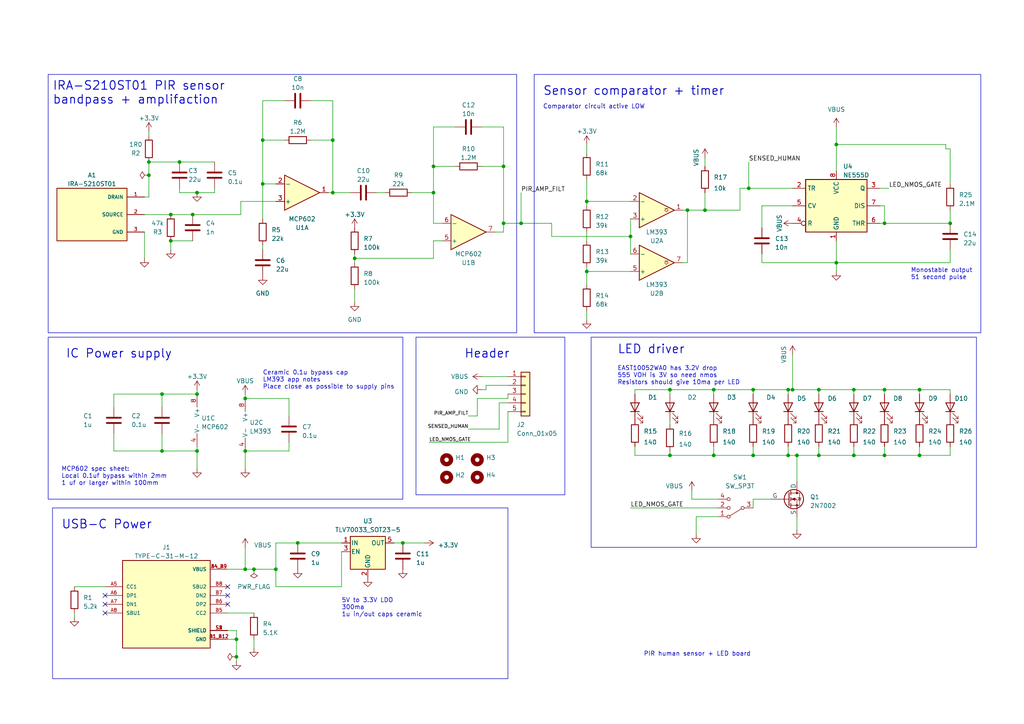
<source format=kicad_sch>
(kicad_sch (version 20230121) (generator eeschema)
  (paper "A4")
  (lib_symbols
    (symbol "Amplifier_Operational:MCP602" (pin_names (offset 0.127))
      (property "Reference" "U" (at 0 5.08 0))
      (property "Value" "MCP602" (at 0 -5.08 0))
      (symbol "MCP602_1_1"
        (polyline (pts (xy -5.08 5.08) (xy 5.08 0) (xy -5.08 -5.08) (xy -5.08 5.08)) (stroke (width 0.254)) (fill (type background)))
        (pin output line (at 7.62 0 180) (length 2.54) (name "~") (number "1"))
        (pin input line (at -7.62 -2.54 0) (length 2.54) (name "-") (number "2"))
        (pin input line (at -7.62 2.54 0) (length 2.54) (name "+") (number "3"))
      )
      (symbol "MCP602_2_1"
        (polyline (pts (xy -5.08 5.08) (xy 5.08 0) (xy -5.08 -5.08) (xy -5.08 5.08)) (stroke (width 0.254)) (fill (type background)))
        (pin input line (at -7.62 2.54 0) (length 2.54) (name "+") (number "5"))
        (pin input line (at -7.62 -2.54 0) (length 2.54) (name "-") (number "6"))
        (pin output line (at 7.62 0 180) (length 2.54) (name "~") (number "7"))
      )
      (symbol "MCP602_3_1"
        (pin power_in line (at -2.54 -7.62 90) (length 3.81) (name "V-") (number "4"))
        (pin power_in line (at -2.54 7.62 270) (length 3.81) (name "V+") (number "8"))
      )
    )
    (symbol "Comparator:LM393" (pin_names (offset 0.127))
      (property "Reference" "U" (at 3.81 3.81 0))
      (property "Value" "LM393" (at 6.35 -3.81 0))
      (symbol "LM393_1_1"
        (polyline (pts (xy -5.08 5.08) (xy 5.08 0) (xy -5.08 -5.08) (xy -5.08 5.08)) (stroke (width 0.254)) (fill (type background)))
        (polyline (pts (xy 3.302 -0.508) (xy 2.794 -0.508) (xy 3.302 0) (xy 2.794 0.508) (xy 2.286 0) (xy 2.794 -0.508) (xy 2.286 -0.508)) (stroke (width 0.127)))
        (pin open_collector line (at 7.62 0 180) (length 2.54) (name "~") (number "1"))
        (pin input line (at -7.62 -2.54 0) (length 2.54) (name "-") (number "2"))
        (pin input line (at -7.62 2.54 0) (length 2.54) (name "+") (number "3"))
      )
      (symbol "LM393_2_1"
        (polyline (pts (xy -5.08 5.08) (xy 5.08 0) (xy -5.08 -5.08) (xy -5.08 5.08)) (stroke (width 0.254)) (fill (type background)))
        (polyline (pts (xy 3.302 -0.508) (xy 2.794 -0.508) (xy 3.302 0) (xy 2.794 0.508) (xy 2.286 0) (xy 2.794 -0.508) (xy 2.286 -0.508)) (stroke (width 0.127)))
        (pin input line (at -7.62 2.54 0) (length 2.54) (name "+") (number "5"))
        (pin input line (at -7.62 -2.54 0) (length 2.54) (name "-") (number "6"))
        (pin open_collector line (at 7.62 0 180) (length 2.54) (name "~") (number "7"))
      )
      (symbol "LM393_3_1"
        (pin power_in line (at -2.54 -7.62 90) (length 3.81) (name "V-") (number "4"))
        (pin power_in line (at -2.54 7.62 270) (length 3.81) (name "V+") (number "8"))
      )
    )
    (symbol "Connector_Generic:Conn_01x05" (pin_names (offset 1.016) hide)
      (property "Reference" "J" (at 0 7.62 0))
      (property "Value" "Conn_01x05" (at 0 -7.62 0))
      (symbol "Conn_01x05_1_1"
        (rectangle (start -1.27 -4.953) (end 0 -5.207) (stroke (width 0.1524)))
        (rectangle (start -1.27 -2.413) (end 0 -2.667) (stroke (width 0.1524)))
        (rectangle (start -1.27 0.127) (end 0 -0.127) (stroke (width 0.1524)))
        (rectangle (start -1.27 2.667) (end 0 2.413) (stroke (width 0.1524)))
        (rectangle (start -1.27 5.207) (end 0 4.953) (stroke (width 0.1524)))
        (rectangle (start -1.27 6.35) (end 1.27 -6.35) (stroke (width 0.254)) (fill (type background)))
        (pin passive line (at -5.08 5.08 0) (length 3.81) (name "Pin_1") (number "1"))
        (pin passive line (at -5.08 2.54 0) (length 3.81) (name "Pin_2") (number "2"))
        (pin passive line (at -5.08 0 0) (length 3.81) (name "Pin_3") (number "3"))
        (pin passive line (at -5.08 -2.54 0) (length 3.81) (name "Pin_4") (number "4"))
        (pin passive line (at -5.08 -5.08 0) (length 3.81) (name "Pin_5") (number "5"))
      )
    )
    (symbol "Device:C" (pin_numbers hide) (pin_names (offset 0.254))
      (property "Reference" "C" (at 0.635 2.54 0))
      (property "Value" "C" (at 0.635 -2.54 0))
      (symbol "C_0_1"
        (polyline (pts (xy -2.032 -0.762) (xy 2.032 -0.762)) (stroke (width 0.508)))
        (polyline (pts (xy -2.032 0.762) (xy 2.032 0.762)) (stroke (width 0.508)))
      )
      (symbol "C_1_1"
        (pin passive line (at 0 3.81 270) (length 2.794) (name "~") (number "1"))
        (pin passive line (at 0 -3.81 90) (length 2.794) (name "~") (number "2"))
      )
    )
    (symbol "Device:LED" (pin_numbers hide) (pin_names (offset 1.016) hide)
      (property "Reference" "D" (at 0 2.54 0))
      (property "Value" "LED" (at 0 -2.54 0))
      (symbol "LED_0_1"
        (polyline (pts (xy -1.27 -1.27) (xy -1.27 1.27)) (stroke (width 0.254)))
        (polyline (pts (xy -1.27 0) (xy 1.27 0)))
        (polyline (pts (xy 1.27 -1.27) (xy 1.27 1.27) (xy -1.27 0) (xy 1.27 -1.27)) (stroke (width 0.254)))
        (polyline (pts (xy -3.048 -0.762) (xy -4.572 -2.286) (xy -3.81 -2.286) (xy -4.572 -2.286) (xy -4.572 -1.524)))
        (polyline (pts (xy -1.778 -0.762) (xy -3.302 -2.286) (xy -2.54 -2.286) (xy -3.302 -2.286) (xy -3.302 -1.524)))
      )
      (symbol "LED_1_1"
        (pin passive line (at -3.81 0 0) (length 2.54) (name "K") (number "1"))
        (pin passive line (at 3.81 0 180) (length 2.54) (name "A") (number "2"))
      )
    )
    (symbol "Device:R" (pin_numbers hide) (pin_names (offset 0))
      (property "Reference" "R" (at 2.032 0 90))
      (property "Value" "R" (at 0 0 90))
      (symbol "R_0_1"
        (rectangle (start -1.016 -2.54) (end 1.016 2.54) (stroke (width 0.254)))
      )
      (symbol "R_1_1"
        (pin passive line (at 0 3.81 270) (length 1.27) (name "~") (number "1"))
        (pin passive line (at 0 -3.81 90) (length 1.27) (name "~") (number "2"))
      )
    )
    (symbol "IRA-S210ST01:IRA-S210ST01" (pin_names (offset 1.016))
      (property "Reference" "A" (at -10.16 8.89 0))
      (property "Value" "IRA-S210ST01" (at -10.16 -10.16 0))
      (symbol "IRA-S210ST01_0_0"
        (rectangle (start -10.16 -7.62) (end 10.16 7.62) (stroke (width 0.254)) (fill (type background)))
        (pin power_in line (at 15.24 5.08 180) (length 5.08) (name "DRAIN") (number "1"))
        (pin output line (at 15.24 0 180) (length 5.08) (name "SOURCE") (number "2"))
        (pin power_in line (at 15.24 -5.08 180) (length 5.08) (name "GND") (number "3"))
      )
    )
    (symbol "Mechanical:MountingHole" (pin_names (offset 1.016))
      (property "Reference" "H" (at 0 5.08 0))
      (property "Value" "MountingHole" (at 0 3.175 0))
      (symbol "MountingHole_0_1"
        (circle (center 0 0) (radius 1.27) (stroke (width 1.27)))
      )
    )
    (symbol "Regulator_Linear:TLV70033_SOT23-5" (pin_names (offset 0.254))
      (property "Reference" "U" (at -3.81 5.715 0))
      (property "Value" "TLV70033_SOT23-5" (at 0 5.715 0))
      (symbol "TLV70033_SOT23-5_0_1"
        (rectangle (start -5.08 4.445) (end 5.08 -5.08) (stroke (width 0.254)) (fill (type background)))
      )
      (symbol "TLV70033_SOT23-5_1_1"
        (pin power_in line (at -7.62 2.54 0) (length 2.54) (name "IN") (number "1"))
        (pin power_in line (at 0 -7.62 90) (length 2.54) (name "GND") (number "2"))
        (pin input line (at -7.62 0 0) (length 2.54) (name "EN") (number "3"))
        (pin no_connect line (at 5.08 0 180) (length 2.54) hide (name "NC") (number "4"))
        (pin power_out line (at 7.62 2.54 180) (length 2.54) (name "OUT") (number "5"))
      )
    )
    (symbol "Simulation_SPICE:NMOS" (pin_numbers hide) (pin_names (offset 0))
      (property "Reference" "Q" (at 5.08 1.27 0))
      (property "Value" "NMOS" (at 5.08 -1.27 0))
      (symbol "NMOS_0_1"
        (polyline (pts (xy 0.254 0) (xy -2.54 0)))
        (polyline (pts (xy 0.254 1.905) (xy 0.254 -1.905)) (stroke (width 0.254)))
        (polyline (pts (xy 0.762 -1.27) (xy 0.762 -2.286)) (stroke (width 0.254)))
        (polyline (pts (xy 0.762 0.508) (xy 0.762 -0.508)) (stroke (width 0.254)))
        (polyline (pts (xy 0.762 2.286) (xy 0.762 1.27)) (stroke (width 0.254)))
        (polyline (pts (xy 2.54 2.54) (xy 2.54 1.778)))
        (polyline (pts (xy 2.54 -2.54) (xy 2.54 0) (xy 0.762 0)))
        (polyline (pts (xy 0.762 -1.778) (xy 3.302 -1.778) (xy 3.302 1.778) (xy 0.762 1.778)))
        (polyline (pts (xy 1.016 0) (xy 2.032 0.381) (xy 2.032 -0.381) (xy 1.016 0)) (fill (type outline)))
        (polyline (pts (xy 2.794 0.508) (xy 2.921 0.381) (xy 3.683 0.381) (xy 3.81 0.254)))
        (polyline (pts (xy 3.302 0.381) (xy 2.921 -0.254) (xy 3.683 -0.254) (xy 3.302 0.381)))
        (circle (center 1.651 0) (radius 2.794) (stroke (width 0.254)))
        (circle (center 2.54 -1.778) (radius 0.254) (fill (type outline)))
        (circle (center 2.54 1.778) (radius 0.254) (fill (type outline)))
      )
      (symbol "NMOS_1_1"
        (pin passive line (at 2.54 5.08 270) (length 2.54) (name "D") (number "1"))
        (pin input line (at -5.08 0 0) (length 2.54) (name "G") (number "2"))
        (pin passive line (at 2.54 -5.08 90) (length 2.54) (name "S") (number "3"))
      )
    )
    (symbol "Switch:SW_SP3T" (pin_names (offset 0) hide)
      (property "Reference" "SW" (at 0 5.08 0))
      (property "Value" "SW_SP3T" (at 0 -5.08 0))
      (symbol "SW_SP3T_0_1"
        (circle (center -2.032 0) (radius 0.4572))
        (polyline (pts (xy -1.651 0.254) (xy 1.651 2.286)))
        (circle (center 2.032 -2.54) (radius 0.4572))
        (circle (center 2.032 0) (radius 0.4572))
        (circle (center 2.032 2.54) (radius 0.4572))
      )
      (symbol "SW_SP3T_1_1"
        (pin passive line (at 5.08 2.54 180) (length 2.54) (name "1") (number "1"))
        (pin passive line (at 5.08 0 180) (length 2.54) (name "2") (number "2"))
        (pin passive line (at -5.08 0 0) (length 2.54) (name "3") (number "3"))
        (pin passive line (at 5.08 -2.54 180) (length 2.54) (name "4") (number "4"))
      )
    )
    (symbol "TYPE-C-31-M-12:TYPE-C-31-M-12" (pin_names (offset 1.016))
      (property "Reference" "J" (at -12.7 13.462 0))
      (property "Value" "TYPE-C-31-M-12" (at -12.7 -13.462 0))
      (symbol "TYPE-C-31-M-12_0_0"
        (rectangle (start -12.7 -12.7) (end 12.7 12.7) (stroke (width 0.254)) (fill (type background)))
        (pin power_in line (at 17.78 -10.16 180) (length 5.08) (name "GND") (number "A1_B12"))
        (pin power_in line (at 17.78 10.16 180) (length 5.08) (name "VBUS") (number "A4_B9"))
        (pin bidirectional line (at -17.78 5.08 0) (length 5.08) (name "CC1") (number "A5"))
        (pin bidirectional line (at -17.78 2.54 0) (length 5.08) (name "DP1") (number "A6"))
        (pin bidirectional line (at -17.78 0 0) (length 5.08) (name "DN1") (number "A7"))
        (pin bidirectional line (at -17.78 -2.54 0) (length 5.08) (name "SBU1") (number "A8"))
        (pin power_in line (at 17.78 -10.16 180) (length 5.08) (name "GND") (number "B1_A12"))
        (pin power_in line (at 17.78 10.16 180) (length 5.08) (name "VBUS") (number "B4_A9"))
        (pin bidirectional line (at 17.78 -2.54 180) (length 5.08) (name "CC2") (number "B5"))
        (pin bidirectional line (at 17.78 0 180) (length 5.08) (name "DP2") (number "B6"))
        (pin bidirectional line (at 17.78 2.54 180) (length 5.08) (name "DN2") (number "B7"))
        (pin bidirectional line (at 17.78 5.08 180) (length 5.08) (name "SBU2") (number "B8"))
        (pin passive line (at 17.78 -7.62 180) (length 5.08) (name "SHIELD") (number "S1"))
        (pin passive line (at 17.78 -7.62 180) (length 5.08) (name "SHIELD") (number "S2"))
        (pin passive line (at 17.78 -7.62 180) (length 5.08) (name "SHIELD") (number "S3"))
        (pin passive line (at 17.78 -7.62 180) (length 5.08) (name "SHIELD") (number "S4"))
      )
    )
    (symbol "Timer:NE555D"
      (property "Reference" "U" (at -10.16 8.89 0))
      (property "Value" "NE555D" (at 2.54 8.89 0))
      (symbol "NE555D_0_0"
        (pin power_in line (at 0 -10.16 90) (length 2.54) (name "GND") (number "1"))
        (pin power_in line (at 0 10.16 270) (length 2.54) (name "VCC") (number "8"))
      )
      (symbol "NE555D_0_1"
        (rectangle (start -8.89 -7.62) (end 8.89 7.62) (stroke (width 0.254)) (fill (type background)))
        (rectangle (start -8.89 -7.62) (end 8.89 7.62) (stroke (width 0.254)) (fill (type background)))
      )
      (symbol "NE555D_1_1"
        (pin input line (at -12.7 5.08 0) (length 3.81) (name "TR") (number "2"))
        (pin output line (at 12.7 5.08 180) (length 3.81) (name "Q") (number "3"))
        (pin input inverted (at -12.7 -5.08 0) (length 3.81) (name "R") (number "4"))
        (pin input line (at -12.7 0 0) (length 3.81) (name "CV") (number "5"))
        (pin input line (at 12.7 -5.08 180) (length 3.81) (name "THR") (number "6"))
        (pin input line (at 12.7 0 180) (length 3.81) (name "DIS") (number "7"))
      )
    )
    (symbol "power:+3.3V" (power) (pin_names (offset 0))
      (property "Value" "+3.3V" (at 0 3.556 0))
      (symbol "+3.3V_0_1"
        (polyline (pts (xy -0.762 1.27) (xy 0 2.54)))
        (polyline (pts (xy 0 0) (xy 0 2.54)))
        (polyline (pts (xy 0 2.54) (xy 0.762 1.27)))
      )
      (symbol "+3.3V_1_1"
        (pin power_in line (at 0 0 90) (length 0) hide (name "+3.3V") (number "1"))
      )
    )
    (symbol "power:GND" (power) (pin_names (offset 0))
      (property "Value" "GND" (at 0 -3.81 0))
      (symbol "GND_0_1"
        (polyline (pts (xy 0 0) (xy 0 -1.27) (xy 1.27 -1.27) (xy 0 -2.54) (xy -1.27 -1.27) (xy 0 -1.27)))
      )
      (symbol "GND_1_1"
        (pin power_in line (at 0 0 270) (length 0) hide (name "GND") (number "1"))
      )
    )
    (symbol "power:PWR_FLAG" (power) (pin_numbers hide) (pin_names (offset 0) hide)
      (property "Value" "PWR_FLAG" (at 0 3.81 0))
      (symbol "PWR_FLAG_0_0"
        (pin power_out line (at 0 0 90) (length 0) (name "pwr") (number "1"))
      )
      (symbol "PWR_FLAG_0_1"
        (polyline (pts (xy 0 0) (xy 0 1.27) (xy -1.016 1.905) (xy 0 2.54) (xy 1.016 1.905) (xy 0 1.27)))
      )
    )
    (symbol "power:VBUS" (power) (pin_names (offset 0))
      (property "Value" "VBUS" (at 0 3.81 0))
      (symbol "VBUS_0_1"
        (polyline (pts (xy -0.762 1.27) (xy 0 2.54)))
        (polyline (pts (xy 0 0) (xy 0 2.54)))
        (polyline (pts (xy 0 2.54) (xy 0.762 1.27)))
      )
      (symbol "VBUS_1_1"
        (pin power_in line (at 0 0 90) (length 0) hide (name "VBUS") (number "1"))
      )
    )
  )
  (junction (at 237.49 113.03))
  (junction (at 71.12 130.81))
  (junction (at 71.12 165.1))
  (junction (at 43.18 46.99))
  (junction (at 170.18 78.74))
  (junction (at 228.6 132.08))
  (junction (at 182.88 68.58))
  (junction (at 146.05 64.77))
  (junction (at 76.2 53.34))
  (junction (at 57.15 55.88))
  (junction (at 204.47 60.96))
  (junction (at 68.58 185.42))
  (junction (at 170.18 58.42))
  (junction (at 80.01 165.1))
  (junction (at 68.58 190.5))
  (junction (at 46.99 130.81))
  (junction (at 266.7 132.08))
  (junction (at 96.52 55.88))
  (junction (at 207.01 113.03))
  (junction (at 194.31 113.03))
  (junction (at 231.14 132.08))
  (junction (at 49.53 62.23))
  (junction (at 125.73 55.88))
  (junction (at 256.54 64.77))
  (junction (at 237.49 132.08))
  (junction (at 275.59 64.77))
  (junction (at 194.31 132.08))
  (junction (at 43.18 50.8))
  (junction (at 73.66 165.1))
  (junction (at 256.54 132.08))
  (junction (at 207.01 132.08))
  (junction (at 46.99 114.3))
  (junction (at 96.52 40.64))
  (junction (at 102.87 74.93))
  (junction (at 52.07 46.99))
  (junction (at 57.15 130.81))
  (junction (at 151.13 64.77))
  (junction (at 146.05 48.26))
  (junction (at 218.44 113.03))
  (junction (at 76.2 40.64))
  (junction (at 218.44 132.08))
  (junction (at 242.57 76.2))
  (junction (at 125.73 48.26))
  (junction (at 49.53 69.85))
  (junction (at 199.39 60.96))
  (junction (at 116.84 157.48))
  (junction (at 229.87 113.03))
  (junction (at 57.15 114.3))
  (junction (at 228.6 113.03))
  (junction (at 55.88 62.23))
  (junction (at 247.65 113.03))
  (junction (at 217.17 54.61))
  (junction (at 71.12 115.57))
  (junction (at 86.36 157.48))
  (junction (at 242.57 41.91))
  (junction (at 256.54 113.03))
  (junction (at 247.65 132.08))
  (junction (at 266.7 113.03))
  (no_connect (at 66.04 170.18))
  (no_connect (at 30.48 172.72))
  (no_connect (at 30.48 175.26))
  (no_connect (at 66.04 172.72))
  (no_connect (at 30.48 177.8))
  (no_connect (at 66.04 175.26))
  (wire (pts (xy 218.44 132.08) (xy 218.44 129.54)))
  (wire (pts (xy 33.02 125.73) (xy 33.02 130.81)))
  (wire (pts (xy 80.01 170.18) (xy 80.01 165.1)))
  (wire (pts (xy 228.6 132.08) (xy 231.14 132.08)))
  (wire (pts (xy 57.15 55.88) (xy 62.23 55.88)))
  (wire (pts (xy 135.89 124.46) (xy 144.78 124.46)))
  (wire (pts (xy 275.59 43.18) (xy 274.32 43.18)))
  (wire (pts (xy 266.7 132.08) (xy 275.59 132.08)))
  (wire (pts (xy 146.05 64.77) (xy 151.13 64.77)))
  (wire (pts (xy 275.59 113.03) (xy 275.59 114.3)))
  (wire (pts (xy 71.12 114.3) (xy 71.12 115.57)))
  (wire (pts (xy 21.59 170.18) (xy 30.48 170.18)))
  (wire (pts (xy 71.12 165.1) (xy 73.66 165.1)))
  (wire (pts (xy 256.54 59.69) (xy 256.54 64.77)))
  (wire (pts (xy 199.39 76.2) (xy 198.12 76.2)))
  (wire (pts (xy 275.59 76.2) (xy 242.57 76.2)))
  (wire (pts (xy 125.73 69.85) (xy 128.27 69.85)))
  (wire (pts (xy 228.6 113.03) (xy 229.87 113.03)))
  (wire (pts (xy 237.49 113.03) (xy 237.49 114.3)))
  (wire (pts (xy 83.82 130.81) (xy 71.12 130.81)))
  (wire (pts (xy 182.88 68.58) (xy 182.88 73.66)))
  (wire (pts (xy 170.18 58.42) (xy 170.18 59.69)))
  (wire (pts (xy 204.47 45.72) (xy 204.47 48.26)))
  (wire (pts (xy 69.85 62.23) (xy 69.85 58.42)))
  (wire (pts (xy 96.52 40.64) (xy 90.17 40.64)))
  (wire (pts (xy 201.93 149.86) (xy 208.28 149.86)))
  (wire (pts (xy 247.65 132.08) (xy 256.54 132.08)))
  (wire (pts (xy 220.98 59.69) (xy 229.87 59.69)))
  (wire (pts (xy 119.38 55.88) (xy 125.73 55.88)))
  (wire (pts (xy 274.32 43.18) (xy 274.32 41.91)))
  (wire (pts (xy 80.01 53.34) (xy 76.2 53.34)))
  (wire (pts (xy 201.93 149.86) (xy 201.93 154.94)))
  (wire (pts (xy 102.87 74.93) (xy 102.87 73.66)))
  (wire (pts (xy 228.6 132.08) (xy 228.6 129.54)))
  (wire (pts (xy 21.59 177.8) (xy 21.59 179.07)))
  (wire (pts (xy 194.31 132.08) (xy 194.31 130.81)))
  (wire (pts (xy 43.18 46.99) (xy 43.18 50.8)))
  (wire (pts (xy 125.73 48.26) (xy 132.08 48.26)))
  (wire (pts (xy 41.91 57.15) (xy 43.18 57.15)))
  (wire (pts (xy 184.15 132.08) (xy 184.15 129.54)))
  (wire (pts (xy 256.54 132.08) (xy 256.54 129.54)))
  (wire (pts (xy 204.47 55.88) (xy 204.47 60.96)))
  (wire (pts (xy 76.2 40.64) (xy 76.2 53.34)))
  (wire (pts (xy 146.05 36.83) (xy 139.7 36.83)))
  (wire (pts (xy 109.22 55.88) (xy 111.76 55.88)))
  (wire (pts (xy 266.7 113.03) (xy 275.59 113.03)))
  (wire (pts (xy 146.05 48.26) (xy 146.05 64.77)))
  (wire (pts (xy 66.04 185.42) (xy 68.58 185.42)))
  (wire (pts (xy 140.97 113.03) (xy 140.97 111.76)))
  (wire (pts (xy 76.2 29.21) (xy 82.55 29.21)))
  (wire (pts (xy 83.82 115.57) (xy 83.82 120.65)))
  (wire (pts (xy 184.15 132.08) (xy 194.31 132.08)))
  (wire (pts (xy 275.59 72.39) (xy 275.59 76.2)))
  (wire (pts (xy 207.01 132.08) (xy 218.44 132.08)))
  (wire (pts (xy 99.06 170.18) (xy 99.06 160.02)))
  (wire (pts (xy 256.54 64.77) (xy 275.59 64.77)))
  (wire (pts (xy 43.18 46.99) (xy 52.07 46.99)))
  (wire (pts (xy 73.66 185.42) (xy 73.66 187.96)))
  (wire (pts (xy 242.57 36.83) (xy 242.57 41.91)))
  (wire (pts (xy 57.15 135.89) (xy 57.15 130.81)))
  (wire (pts (xy 76.2 29.21) (xy 76.2 40.64)))
  (wire (pts (xy 170.18 92.71) (xy 170.18 90.17)))
  (wire (pts (xy 33.02 118.11) (xy 33.02 114.3)))
  (wire (pts (xy 71.12 135.89) (xy 71.12 130.81)))
  (wire (pts (xy 256.54 132.08) (xy 266.7 132.08)))
  (wire (pts (xy 217.17 54.61) (xy 229.87 54.61)))
  (wire (pts (xy 66.04 182.88) (xy 68.58 182.88)))
  (wire (pts (xy 214.63 60.96) (xy 214.63 54.61)))
  (wire (pts (xy 139.7 113.03) (xy 140.97 113.03)))
  (wire (pts (xy 80.01 170.18) (xy 99.06 170.18)))
  (wire (pts (xy 182.88 63.5) (xy 182.88 68.58)))
  (wire (pts (xy 207.01 113.03) (xy 218.44 113.03)))
  (wire (pts (xy 46.99 118.11) (xy 46.99 114.3)))
  (wire (pts (xy 207.01 132.08) (xy 207.01 129.54)))
  (wire (pts (xy 266.7 132.08) (xy 266.7 129.54)))
  (wire (pts (xy 247.65 113.03) (xy 256.54 113.03)))
  (wire (pts (xy 204.47 60.96) (xy 214.63 60.96)))
  (wire (pts (xy 146.05 64.77) (xy 146.05 67.31)))
  (wire (pts (xy 218.44 113.03) (xy 218.44 114.3)))
  (wire (pts (xy 102.87 74.93) (xy 125.73 74.93)))
  (wire (pts (xy 199.39 76.2) (xy 199.39 60.96)))
  (wire (pts (xy 83.82 128.27) (xy 83.82 130.81)))
  (wire (pts (xy 146.05 48.26) (xy 139.7 48.26)))
  (wire (pts (xy 135.89 120.65) (xy 138.43 120.65)))
  (wire (pts (xy 49.53 69.85) (xy 55.88 69.85)))
  (wire (pts (xy 57.15 130.81) (xy 57.15 129.54)))
  (wire (pts (xy 95.25 55.88) (xy 96.52 55.88)))
  (wire (pts (xy 194.31 121.92) (xy 194.31 123.19)))
  (wire (pts (xy 52.07 55.88) (xy 57.15 55.88)))
  (wire (pts (xy 146.05 67.31) (xy 143.51 67.31)))
  (wire (pts (xy 256.54 113.03) (xy 256.54 114.3)))
  (wire (pts (xy 146.05 36.83) (xy 146.05 48.26)))
  (wire (pts (xy 231.14 132.08) (xy 237.49 132.08)))
  (wire (pts (xy 170.18 41.91) (xy 170.18 44.45)))
  (wire (pts (xy 160.02 64.77) (xy 160.02 68.58)))
  (wire (pts (xy 144.78 116.84) (xy 144.78 124.46)))
  (wire (pts (xy 199.39 60.96) (xy 198.12 60.96)))
  (wire (pts (xy 114.3 157.48) (xy 116.84 157.48)))
  (wire (pts (xy 33.02 114.3) (xy 46.99 114.3)))
  (wire (pts (xy 46.99 130.81) (xy 57.15 130.81)))
  (wire (pts (xy 275.59 60.96) (xy 275.59 64.77)))
  (wire (pts (xy 49.53 62.23) (xy 55.88 62.23)))
  (wire (pts (xy 218.44 144.78) (xy 218.44 147.32)))
  (wire (pts (xy 68.58 190.5) (xy 68.58 191.77)))
  (wire (pts (xy 247.65 113.03) (xy 247.65 114.3)))
  (wire (pts (xy 144.78 116.84) (xy 147.32 116.84)))
  (wire (pts (xy 231.14 132.08) (xy 231.14 139.7)))
  (wire (pts (xy 266.7 113.03) (xy 266.7 114.3)))
  (wire (pts (xy 170.18 52.07) (xy 170.18 58.42)))
  (wire (pts (xy 275.59 53.34) (xy 275.59 43.18)))
  (wire (pts (xy 33.02 130.81) (xy 46.99 130.81)))
  (wire (pts (xy 57.15 113.03) (xy 57.15 114.3)))
  (wire (pts (xy 147.32 128.27) (xy 147.32 119.38)))
  (wire (pts (xy 160.02 68.58) (xy 182.88 68.58)))
  (wire (pts (xy 73.66 165.1) (xy 80.01 165.1)))
  (wire (pts (xy 256.54 113.03) (xy 266.7 113.03)))
  (wire (pts (xy 151.13 64.77) (xy 160.02 64.77)))
  (wire (pts (xy 138.43 115.57) (xy 147.32 115.57)))
  (wire (pts (xy 68.58 185.42) (xy 68.58 190.5)))
  (wire (pts (xy 49.53 72.39) (xy 49.53 69.85)))
  (wire (pts (xy 139.7 109.22) (xy 147.32 109.22)))
  (wire (pts (xy 71.12 158.75) (xy 71.12 165.1)))
  (wire (pts (xy 231.14 153.67) (xy 231.14 149.86)))
  (wire (pts (xy 229.87 113.03) (xy 237.49 113.03)))
  (wire (pts (xy 125.73 36.83) (xy 132.08 36.83)))
  (wire (pts (xy 218.44 132.08) (xy 228.6 132.08)))
  (wire (pts (xy 69.85 58.42) (xy 80.01 58.42)))
  (wire (pts (xy 170.18 77.47) (xy 170.18 78.74)))
  (wire (pts (xy 71.12 115.57) (xy 83.82 115.57)))
  (wire (pts (xy 151.13 55.88) (xy 151.13 64.77)))
  (wire (pts (xy 102.87 83.82) (xy 102.87 87.63)))
  (wire (pts (xy 147.32 115.57) (xy 147.32 114.3)))
  (wire (pts (xy 96.52 29.21) (xy 96.52 40.64)))
  (wire (pts (xy 194.31 113.03) (xy 207.01 113.03)))
  (wire (pts (xy 125.73 36.83) (xy 125.73 48.26)))
  (wire (pts (xy 237.49 132.08) (xy 247.65 132.08)))
  (wire (pts (xy 170.18 67.31) (xy 170.18 69.85)))
  (wire (pts (xy 76.2 40.64) (xy 82.55 40.64)))
  (wire (pts (xy 99.06 157.48) (xy 86.36 157.48)))
  (wire (pts (xy 242.57 69.85) (xy 242.57 76.2)))
  (wire (pts (xy 52.07 46.99) (xy 62.23 46.99)))
  (wire (pts (xy 41.91 67.31) (xy 41.91 74.93)))
  (wire (pts (xy 66.04 177.8) (xy 73.66 177.8)))
  (wire (pts (xy 229.87 102.87) (xy 229.87 113.03)))
  (wire (pts (xy 43.18 50.8) (xy 43.18 57.15)))
  (wire (pts (xy 228.6 113.03) (xy 228.6 114.3)))
  (wire (pts (xy 217.17 46.99) (xy 217.17 54.61)))
  (wire (pts (xy 140.97 111.76) (xy 147.32 111.76)))
  (wire (pts (xy 80.01 157.48) (xy 80.01 165.1)))
  (wire (pts (xy 182.88 147.32) (xy 208.28 147.32)))
  (wire (pts (xy 247.65 132.08) (xy 247.65 129.54)))
  (wire (pts (xy 66.04 165.1) (xy 71.12 165.1)))
  (wire (pts (xy 194.31 113.03) (xy 194.31 114.3)))
  (wire (pts (xy 76.2 53.34) (xy 76.2 63.5)))
  (wire (pts (xy 52.07 55.88) (xy 52.07 54.61)))
  (wire (pts (xy 55.88 62.23) (xy 69.85 62.23)))
  (wire (pts (xy 199.39 60.96) (xy 204.47 60.96)))
  (wire (pts (xy 116.84 157.48) (xy 123.19 157.48)))
  (wire (pts (xy 46.99 114.3) (xy 57.15 114.3)))
  (wire (pts (xy 200.66 144.78) (xy 200.66 142.24)))
  (wire (pts (xy 207.01 113.03) (xy 207.01 114.3)))
  (wire (pts (xy 68.58 182.88) (xy 68.58 185.42)))
  (wire (pts (xy 125.73 64.77) (xy 128.27 64.77)))
  (wire (pts (xy 256.54 59.69) (xy 255.27 59.69)))
  (wire (pts (xy 218.44 144.78) (xy 223.52 144.78)))
  (wire (pts (xy 124.46 128.27) (xy 147.32 128.27)))
  (wire (pts (xy 86.36 157.48) (xy 80.01 157.48)))
  (wire (pts (xy 96.52 40.64) (xy 96.52 55.88)))
  (wire (pts (xy 46.99 125.73) (xy 46.99 130.81)))
  (wire (pts (xy 214.63 54.61) (xy 217.17 54.61)))
  (wire (pts (xy 43.18 39.37) (xy 43.18 38.1)))
  (wire (pts (xy 218.44 113.03) (xy 228.6 113.03)))
  (wire (pts (xy 125.73 74.93) (xy 125.73 69.85)))
  (wire (pts (xy 242.57 41.91) (xy 242.57 49.53)))
  (wire (pts (xy 96.52 55.88) (xy 101.6 55.88)))
  (wire (pts (xy 194.31 132.08) (xy 207.01 132.08)))
  (wire (pts (xy 220.98 76.2) (xy 242.57 76.2)))
  (wire (pts (xy 184.15 113.03) (xy 184.15 114.3)))
  (wire (pts (xy 96.52 29.21) (xy 90.17 29.21)))
  (wire (pts (xy 41.91 62.23) (xy 49.53 62.23)))
  (wire (pts (xy 138.43 115.57) (xy 138.43 120.65)))
  (wire (pts (xy 274.32 41.91) (xy 242.57 41.91)))
  (wire (pts (xy 184.15 113.03) (xy 194.31 113.03)))
  (wire (pts (xy 76.2 71.12) (xy 76.2 72.39)))
  (wire (pts (xy 257.81 54.61) (xy 255.27 54.61)))
  (wire (pts (xy 125.73 48.26) (xy 125.73 55.88)))
  (wire (pts (xy 200.66 144.78) (xy 208.28 144.78)))
  (wire (pts (xy 102.87 74.93) (xy 102.87 76.2)))
  (wire (pts (xy 237.49 113.03) (xy 247.65 113.03)))
  (wire (pts (xy 220.98 59.69) (xy 220.98 66.04)))
  (wire (pts (xy 255.27 64.77) (xy 256.54 64.77)))
  (wire (pts (xy 220.98 76.2) (xy 220.98 73.66)))
  (wire (pts (xy 242.57 76.2) (xy 242.57 78.74)))
  (wire (pts (xy 170.18 78.74) (xy 182.88 78.74)))
  (wire (pts (xy 125.73 64.77) (xy 125.73 55.88)))
  (wire (pts (xy 275.59 132.08) (xy 275.59 129.54)))
  (wire (pts (xy 237.49 132.08) (xy 237.49 129.54)))
  (wire (pts (xy 182.88 58.42) (xy 170.18 58.42)))
  (wire (pts (xy 170.18 78.74) (xy 170.18 82.55)))
  (wire (pts (xy 62.23 55.88) (xy 62.23 54.61)))
  (rectangle (start 120.65 97.79) (end 163.83 143.51))
  (rectangle (start 15.24 147.32) (end 147.32 196.85))
  (rectangle (start 13.97 97.79) (end 116.84 144.78))
  (rectangle (start 171.45 97.79) (end 283.21 158.75))
  (rectangle (start 13.97 21.59) (end 149.86 96.52))
  (rectangle (start 154.94 21.59) (end 284.48 96.52))
  (text "Comparator circuit active LOW" (at 157.48 31.75 0) (effects (font (size 1.27 1.27)) (justify left bottom)))
  (text "Header" (at 134.62 104.14 0) (effects (font (size 2.5 2.5) (thickness 0.254) bold) (justify left bottom)))
  (text "PIR human sensor + LED board\n" (at 186.69 190.5 0) (effects (font (size 1.27 1.27)) (justify left bottom)))
  (text "USB-C Power\n" (at 17.78 153.67 0) (effects (font (size 2.5 2.5) (thickness 0.254) bold) (justify left bottom)))
  (text "IC Power supply" (at 19.05 104.14 0) (effects (font (size 2.5 2.5) (thickness 0.254) bold) (justify left bottom)))
  (text "Monostable output\n51 second pulse" (at 264.16 81.28 0) (effects (font (size 1.27 1.27)) (justify left bottom)))
  (text "MCP602 spec sheet:\nLocal 0.1uf bypass within 2mm\n1 uf or larger within 100mm" (at 17.78 140.97 0) (effects (font (size 1.27 1.27)) (justify left bottom)))
  (text "LED driver" (at 179.07 102.87 0) (effects (font (size 2.5 2.5) (thickness 0.254) bold) (justify left bottom)))
  (text "IRA-S210ST01 PIR sensor \nbandpass + amplifaction" (at 15.24 30.48 0) (effects (font (size 2.5 2.5) (thickness 0.254) bold) (justify left bottom)))
  (text "5V to 3.3V LDO\n300ma\n1u in/out caps ceramic" (at 99.06 179.07 0) (effects (font (size 1.27 1.27)) (justify left bottom)))
  (text "Sensor comparator + timer" (at 157.48 27.94 0) (effects (font (size 2.5 2.5) (thickness 0.254) bold) (justify left bottom)))
  (text "EAST10052WA0 has 3.2V drop\n555 VOH is 3V so need nmos\nResistors should give 10ma per LED" (at 179.07 111.76 0) (effects (font (size 1.27 1.27)) (justify left bottom)))
  (text "Ceramic 0.1u bypass cap\nLM393 app notes\nPlace close as possible to supply pins\n" (at 76.2 113.03 0) (effects (font (size 1.27 1.27)) (justify left bottom)))
  (label "LED_NMOS_GATE" (at 182.88 147.32 0))
  (label "PIR_AMP_FILT" (at 151.13 55.88 0))
  (label "SENSED_HUMAN" (at 135.89 124.46 180) (effects (font (size 1 1))))
  (label "LED_NMOS_GATE" (at 124.46 128.27 0) (effects (font (size 1 1))))
  (label "SENSED_HUMAN" (at 217.17 46.99 0))
  (label "LED_NMOS_GATE" (at 257.81 54.61 0))
  (label "PIR_AMP_FILT" (at 135.89 120.65 180) (effects (font (size 1 1))))
  (symbol (lib_id "IRA-S210ST01:IRA-S210ST01") (at 26.67 62.23 0) (unit 1)
    (property "Reference" "A1" (at 26.67 50.8 0))
    (property "Value" "IRA-S210ST01" (at 26.67 53.34 0))
    (property "Footprint" "Sensor:TO254P940H490-3" (effects hide))
    (property "MF" "Murata Electronics" (effects hide))
    (property "Description" "Sensor PIR _Passive Infrared_ Radial, Metal Can, Lensed - 3 Lead" (effects hide))
    (property "Package" "Radial Murata" (effects hide))
    (property "Price" "None" (effects hide))
    (property "MP" "IRA-S210ST01" (effects hide))
    (property "Availability" "Unavailable" (effects hide))
  )
  (symbol (lib_id "Device:C") (at 83.82 124.46 180) (unit 1)
    (property "Reference" "C7" (at 87.63 123.825 0) (effects (justify right)))
    (property "Value" "0.1u" (at 87.63 126.365 0) (effects (justify right)))
    (property "Footprint" "Capacitor_SMD:C_0603_1608Metric" (effects hide))
  )
  (symbol (lib_id "Device:LED") (at 228.6 118.11 90) (unit 1)
    (property "Reference" "D5" (at 231.14 115.57 90) (effects (justify right)))
    (property "Value" "LED" (effects hide))
    (property "Footprint" "LED_SMD:LEDC1005X25N__EAST10052WA0" (effects hide))
  )
  (symbol (lib_id "power:+3.3V") (at 170.18 41.91 0) (unit 1)
    (property "Reference" "#PWR022" (effects hide))
    (property "Value" "+3.3V" (at 170.18 38.1 0))
  )
  (symbol (lib_id "Device:C") (at 76.2 76.2 0) (unit 1)
    (property "Reference" "C6" (at 80.01 75.565 0) (effects (justify left)))
    (property "Value" "22u" (at 80.01 78.105 0) (effects (justify left)))
    (property "Footprint" "Capacitor_SMD:C_0603_1608Metric" (effects hide))
  )
  (symbol (lib_id "Device:R") (at 275.59 125.73 0) (unit 1)
    (property "Reference" "R26" (at 278.13 125.095 0) (effects (justify left)))
    (property "Value" "140" (at 278.13 128.27 0) (effects (justify left)))
    (property "Footprint" "Resistor_SMD:R_0603_1608Metric" (effects hide))
  )
  (symbol (lib_id "power:GND") (at 139.7 113.03 270) (unit 1)
    (property "Reference" "#PWR021" (effects hide))
    (property "Value" "GND" (at 135.89 113.665 90) (effects (justify right)))
  )
  (symbol (lib_id "power:GND") (at 57.15 55.88 0) (unit 1)
    (property "Reference" "#PWR05" (effects hide))
    (property "Value" "GND" (effects hide))
  )
  (symbol (lib_id "power:VBUS") (at 139.7 109.22 90) (unit 1)
    (property "Reference" "#PWR020" (effects hide))
    (property "Value" "VBUS" (at 135.89 109.22 90) (effects (justify left)))
  )
  (symbol (lib_id "Connector_Generic:Conn_01x05") (at 152.4 114.3 0) (unit 1)
    (property "Reference" "J2" (at 149.86 123.19 0) (effects (justify left)))
    (property "Value" "Conn_01x05" (at 149.86 125.73 0) (effects (justify left)))
    (property "Footprint" "Connector_PinHeader_2.54mm:PinHeader_1x05_P2.54mm_Vertical" (effects hide))
  )
  (symbol (lib_id "Device:R") (at 76.2 67.31 180) (unit 1)
    (property "Reference" "R5" (at 78.74 66.675 0) (effects (justify right)))
    (property "Value" "22k" (at 78.74 69.215 0) (effects (justify right)))
    (property "Footprint" "Resistor_SMD:R_0603_1608Metric" (effects hide))
  )
  (symbol (lib_id "Device:R") (at 184.15 125.73 0) (unit 1)
    (property "Reference" "R15" (at 186.69 125.095 0) (effects (justify left)))
    (property "Value" "140" (at 186.69 128.27 0) (effects (justify left)))
    (property "Footprint" "Resistor_SMD:R_0603_1608Metric" (effects hide))
  )
  (symbol (lib_id "Device:R") (at 49.53 66.04 180) (unit 1)
    (property "Reference" "R3" (at 45.72 67.31 0))
    (property "Value" "47k" (at 45.72 64.77 0))
    (property "Footprint" "Resistor_SMD:R_0603_1608Metric" (effects hide))
  )
  (symbol (lib_id "Amplifier_Operational:MCP602") (at 135.89 67.31 0) (mirror x) (unit 2)
    (property "Reference" "U1" (at 135.89 76.2 0))
    (property "Value" "MCP602" (at 135.89 73.66 0))
    (property "Footprint" "Package_SO:SOIC-8-MCP602-I_SN" (effects hide))
    (property "Datasheet" "http://ww1.microchip.com/downloads/en/DeviceDoc/21314g.pdf" (effects hide))
  )
  (symbol (lib_id "Comparator:LM393") (at 73.66 123.19 0) (unit 3)
    (property "Reference" "U2" (at 72.39 122.555 0) (effects (justify left)))
    (property "Value" "LM393" (at 72.39 125.095 0) (effects (justify left)))
    (property "Footprint" "Package_SO:SOIC-8-LM393D" (effects hide))
    (property "Datasheet" "http://www.ti.com/lit/ds/symlink/lm393.pdf" (effects hide))
  )
  (symbol (lib_id "Device:R") (at 170.18 63.5 0) (unit 1)
    (property "Reference" "R12" (at 172.72 62.865 0) (effects (justify left)))
    (property "Value" "39k" (at 172.72 65.405 0) (effects (justify left)))
    (property "Footprint" "Resistor_SMD:R_0603_1608Metric" (effects hide))
  )
  (symbol (lib_id "power:VBUS") (at 242.57 36.83 0) (unit 1)
    (property "Reference" "#PWR030" (effects hide))
    (property "Value" "VBUS" (at 242.57 31.75 0))
  )
  (symbol (lib_id "Device:C") (at 52.07 50.8 0) (unit 1)
    (property "Reference" "C3" (at 54.61 49.53 0) (effects (justify left)))
    (property "Value" "22u" (at 54.61 52.07 0) (effects (justify left)))
    (property "Footprint" "Capacitor_SMD:C_0603_1608Metric" (effects hide))
  )
  (symbol (lib_id "Device:R") (at 102.87 69.85 0) (unit 1)
    (property "Reference" "R7" (at 105.41 69.215 0) (effects (justify left)))
    (property "Value" "100k" (at 105.41 71.755 0) (effects (justify left)))
    (property "Footprint" "Resistor_SMD:R_0603_1608Metric" (effects hide))
  )
  (symbol (lib_id "Device:R") (at 237.49 125.73 0) (unit 1)
    (property "Reference" "R21" (at 240.03 125.095 0) (effects (justify left)))
    (property "Value" "140" (at 240.03 128.27 0) (effects (justify left)))
    (property "Footprint" "Resistor_SMD:R_0603_1608Metric" (effects hide))
  )
  (symbol (lib_id "power:GND") (at 49.53 72.39 0) (unit 1)
    (property "Reference" "#PWR04" (effects hide))
    (property "Value" "GND" (effects hide))
  )
  (symbol (lib_id "Device:LED") (at 218.44 118.11 90) (unit 1)
    (property "Reference" "D4" (at 222.25 115.2525 90) (effects (justify right)))
    (property "Value" "LED" (effects hide))
    (property "Footprint" "LED_SMD:LEDC1005X25N__EAST10052WA0" (effects hide))
  )
  (symbol (lib_id "power:VBUS") (at 229.87 102.87 0) (unit 1)
    (property "Reference" "#PWR028" (effects hide))
    (property "Value" "VBUS" (at 227.33 105.41 90) (effects (justify left)))
  )
  (symbol (lib_id "power:GND") (at 231.14 153.67 0) (unit 1)
    (property "Reference" "#PWR029" (effects hide))
    (property "Value" "GND" (effects hide))
  )
  (symbol (lib_id "Device:LED") (at 237.49 118.11 90) (unit 1)
    (property "Reference" "D6" (at 240.03 115.57 90) (effects (justify right)))
    (property "Value" "LED" (effects hide))
    (property "Footprint" "LED_SMD:LEDC1005X25N__EAST10052WA0" (effects hide))
  )
  (symbol (lib_id "Device:R") (at 170.18 73.66 0) (unit 1)
    (property "Reference" "R13" (at 172.72 73.025 0) (effects (justify left)))
    (property "Value" "39k" (at 172.72 75.565 0) (effects (justify left)))
    (property "Footprint" "Resistor_SMD:R_0603_1608Metric" (effects hide))
  )
  (symbol (lib_id "Device:R") (at 204.47 52.07 0) (unit 1)
    (property "Reference" "R17" (at 207.01 51.435 0) (effects (justify left)))
    (property "Value" "10k" (at 207.01 54.61 0) (effects (justify left)))
    (property "Footprint" "Resistor_SMD:R_0603_1608Metric" (effects hide))
  )
  (symbol (lib_id "power:GND") (at 21.59 179.07 0) (unit 1)
    (property "Reference" "#PWR01" (effects hide))
    (property "Value" "GND" (effects hide))
  )
  (symbol (lib_id "Device:R") (at 170.18 48.26 0) (unit 1)
    (property "Reference" "R11" (at 172.72 47.625 0) (effects (justify left)))
    (property "Value" "68k" (at 172.72 50.165 0) (effects (justify left)))
    (property "Footprint" "Resistor_SMD:R_0603_1608Metric" (effects hide))
  )
  (symbol (lib_id "power:VBUS") (at 71.12 158.75 0) (unit 1)
    (property "Reference" "#PWR011" (effects hide))
    (property "Value" "VBUS" (at 73.66 158.115 0) (effects (justify left)))
  )
  (symbol (lib_id "power:VBUS") (at 200.66 142.24 0) (unit 1)
    (property "Reference" "#PWR024" (effects hide))
    (property "Value" "VBUS" (at 193.04 140.97 0) (effects (justify left)))
  )
  (symbol (lib_id "Device:R") (at 207.01 125.73 0) (unit 1)
    (property "Reference" "R18" (at 209.55 125.095 0) (effects (justify left)))
    (property "Value" "140" (at 209.55 128.27 0) (effects (justify left)))
    (property "Footprint" "Resistor_SMD:R_0603_1608Metric" (effects hide))
  )
  (symbol (lib_id "Device:LED") (at 184.15 118.11 90) (unit 1)
    (property "Reference" "D1" (at 187.96 115.2525 90) (effects (justify right)))
    (property "Value" "LED" (effects hide))
    (property "Footprint" "LED_SMD:LEDC1005X25N__EAST10052WA0" (effects hide))
  )
  (symbol (lib_id "Amplifier_Operational:MCP602") (at 59.69 121.92 0) (unit 3)
    (property "Reference" "U1" (at 58.42 121.285 0) (effects (justify left)))
    (property "Value" "MCP602" (at 58.42 123.825 0) (effects (justify left)))
    (property "Footprint" "Package_SO:SOIC-8-MCP602-I_SN" (effects hide))
    (property "Datasheet" "http://ww1.microchip.com/downloads/en/DeviceDoc/21314g.pdf" (effects hide))
  )
  (symbol (lib_id "power:+3.3V") (at 123.19 157.48 270) (unit 1)
    (property "Reference" "#PWR019" (effects hide))
    (property "Value" "+3.3V" (at 127 158.115 90) (effects (justify left)))
  )
  (symbol (lib_id "power:GND") (at 71.12 135.89 0) (unit 1)
    (property "Reference" "#PWR010" (effects hide))
    (property "Value" "GND" (effects hide))
  )
  (symbol (lib_id "TYPE-C-31-M-12:TYPE-C-31-M-12") (at 48.26 175.26 0) (unit 1)
    (property "Reference" "J1" (at 48.26 158.75 0))
    (property "Value" "TYPE-C-31-M-12" (at 48.26 161.29 0))
    (property "Footprint" "Connector_USB:HRO_TYPE-C-31-M-12" (effects hide))
    (property "PARTREV" "2020.12.08" (effects hide))
    (property "MANUFACTURER" "HRO Electronics Co., Ltd." (effects hide))
    (property "SNAPEDA_PN" "TYPE-C-31-M-12" (effects hide))
    (property "MAXIMUM_PACKAGE_HEIGHT" "3.26 mm" (effects hide))
    (property "STANDARD" "Manufacturer Recommendations" (effects hide))
  )
  (symbol (lib_id "Device:R") (at 275.59 57.15 0) (unit 1)
    (property "Reference" "R25" (at 278.13 56.515 0) (effects (justify left)))
    (property "Value" "2.1M" (at 278.13 59.055 0) (effects (justify left)))
    (property "Footprint" "Resistor_SMD:R_0603_1608Metric" (effects hide))
  )
  (symbol (lib_id "Device:C") (at 275.59 68.58 180) (unit 1)
    (property "Reference" "C14" (at 279.4 67.945 0) (effects (justify right)))
    (property "Value" "22u" (at 279.4 70.485 0) (effects (justify right)))
    (property "Footprint" "Capacitor_SMD:C_0603_1608Metric" (effects hide))
  )
  (symbol (lib_id "Device:C") (at 86.36 29.21 90) (unit 1)
    (property "Reference" "C8" (at 86.36 22.86 90))
    (property "Value" "10n" (at 86.36 25.4 90))
    (property "Footprint" "Capacitor_SMD:C_0603_1608Metric" (effects hide))
  )
  (symbol (lib_id "Device:C") (at 46.99 121.92 180) (unit 1)
    (property "Reference" "C2" (at 38.1 120.65 0) (effects (justify right)))
    (property "Value" "0.1u" (at 38.1 123.19 0) (effects (justify right)))
    (property "Footprint" "Capacitor_SMD:C_0603_1608Metric" (effects hide))
  )
  (symbol (lib_id "power:GND") (at 68.58 191.77 0) (unit 1)
    (property "Reference" "#PWR08" (effects hide))
    (property "Value" "GND" (effects hide))
  )
  (symbol (lib_id "power:GND") (at 73.66 187.96 0) (unit 1)
    (property "Reference" "#PWR012" (effects hide))
    (property "Value" "GND" (effects hide))
  )
  (symbol (lib_id "Device:R") (at 228.6 125.73 0) (unit 1)
    (property "Reference" "R20" (at 231.14 125.095 0) (effects (justify left)))
    (property "Value" "140" (at 231.14 128.27 0) (effects (justify left)))
    (property "Footprint" "Resistor_SMD:R_0603_1608Metric" (effects hide))
  )
  (symbol (lib_id "Device:LED") (at 266.7 118.11 90) (unit 1)
    (property "Reference" "D9" (at 269.24 115.57 90) (effects (justify right)))
    (property "Value" "LED" (effects hide))
    (property "Footprint" "LED_SMD:LEDC1005X25N__EAST10052WA0" (effects hide))
  )
  (symbol (lib_id "power:GND") (at 102.87 87.63 0) (unit 1)
    (property "Reference" "#PWR016" (effects hide))
    (property "Value" "GND" (at 102.87 92.71 0))
  )
  (symbol (lib_id "power:+3.3V") (at 102.87 66.04 0) (unit 1)
    (property "Reference" "#PWR015" (effects hide))
    (property "Value" "+3.3V" (at 102.87 62.23 0))
  )
  (symbol (lib_id "Device:LED") (at 194.31 118.11 90) (unit 1)
    (property "Reference" "D2" (at 199.39 115.2525 90) (effects (justify right)))
    (property "Value" "LED" (effects hide))
    (property "Footprint" "LED_SMD:LEDC1005X25N__EAST10052WA0" (effects hide))
  )
  (symbol (lib_id "Device:R") (at 247.65 125.73 0) (unit 1)
    (property "Reference" "R22" (at 250.19 125.095 0) (effects (justify left)))
    (property "Value" "140" (at 250.19 128.27 0) (effects (justify left)))
    (property "Footprint" "Resistor_SMD:R_0603_1608Metric" (effects hide))
  )
  (symbol (lib_id "power:VBUS") (at 71.12 114.3 0) (unit 1)
    (property "Reference" "#PWR09" (effects hide))
    (property "Value" "VBUS" (at 71.12 110.49 0))
  )
  (symbol (lib_id "Simulation_SPICE:NMOS") (at 228.6 144.78 0) (unit 1)
    (property "Reference" "Q1" (at 234.95 144.145 0) (effects (justify left)))
    (property "Value" "2N7002" (at 234.95 146.685 0) (effects (justify left)))
    (property "Footprint" "Package_TO_SOT_SMD:SOT-23" (effects hide))
    (property "Datasheet" "https://ngspice.sourceforge.io/docs/ngspice-manual.pdf" (effects hide))
    (property "Sim.Device" "NMOS" (effects hide))
    (property "Sim.Type" "VDMOS" (effects hide))
    (property "Sim.Pins" "1=D 2=G 3=S" (effects hide))
  )
  (symbol (lib_id "Mechanical:MountingHole") (at 129.54 133.35 0) (unit 1)
    (property "Reference" "H1" (at 132.08 132.715 0) (effects (justify left)))
    (property "Value" "MountingHole" (effects hide))
    (property "Footprint" "MountingHole:MountingHole_2.5mm" (effects hide))
  )
  (symbol (lib_id "power:GND") (at 116.84 165.1 0) (unit 1)
    (property "Reference" "#PWR018" (effects hide))
    (property "Value" "GND" (effects hide))
  )
  (symbol (lib_id "Regulator_Linear:TLV70033_SOT23-5") (at 106.68 160.02 0) (unit 1)
    (property "Reference" "U3" (at 106.68 151.13 0))
    (property "Value" "TLV70033_SOT23-5" (at 106.68 153.67 0))
    (property "Footprint" "Package_TO_SOT_SMD:SOT-23-5" (effects hide))
    (property "Datasheet" "http://www.ti.com/lit/ds/symlink/tlv700.pdf" (effects hide))
  )
  (symbol (lib_id "Device:R") (at 86.36 40.64 270) (unit 1)
    (property "Reference" "R6" (at 86.36 35.56 90))
    (property "Value" "1.2M" (at 86.36 38.1 90))
    (property "Footprint" "Resistor_SMD:R_0603_1608Metric" (effects hide))
  )
  (symbol (lib_id "Switch:SW_SP3T") (at 213.36 147.32 180) (unit 1)
    (property "Reference" "SW1" (at 214.63 138.43 0))
    (property "Value" "SW_SP3T" (at 214.63 140.97 0))
    (property "Footprint" "Button_Switch_SMD:AYZ0103AGRLC" (effects hide))
  )
  (symbol (lib_id "Amplifier_Operational:MCP602") (at 87.63 55.88 0) (mirror x) (unit 1)
    (property "Reference" "U1" (at 87.63 66.04 0))
    (property "Value" "MCP602" (at 87.63 63.5 0))
    (property "Footprint" "Package_SO:SOIC-8-MCP602-I_SN" (effects hide))
    (property "Datasheet" "http://ww1.microchip.com/downloads/en/DeviceDoc/21314g.pdf" (effects hide))
  )
  (symbol (lib_id "Device:R") (at 170.18 86.36 0) (unit 1)
    (property "Reference" "R14" (at 172.72 85.725 0) (effects (justify left)))
    (property "Value" "68k" (at 172.72 88.265 0) (effects (justify left)))
    (property "Footprint" "Resistor_SMD:R_0603_1608Metric" (effects hide))
  )
  (symbol (lib_id "power:PWR_FLAG") (at 68.58 190.5 90) (unit 1)
    (property "Reference" "#FLG01" (effects hide))
    (property "Value" "PWR_FLAG" (effects hide))
  )
  (symbol (lib_id "Device:R") (at 135.89 48.26 270) (unit 1)
    (property "Reference" "R10" (at 135.89 43.18 90))
    (property "Value" "1.2M" (at 135.89 45.72 90))
    (property "Footprint" "Resistor_SMD:R_0603_1608Metric" (effects hide))
  )
  (symbol (lib_id "Device:C") (at 62.23 50.8 0) (unit 1)
    (property "Reference" "C5" (at 66.04 50.165 0) (effects (justify left)))
    (property "Value" "0.1u" (at 66.04 52.705 0) (effects (justify left)))
    (property "Footprint" "Capacitor_SMD:C_0603_1608Metric" (effects hide))
  )
  (symbol (lib_id "Device:R") (at 102.87 80.01 0) (unit 1)
    (property "Reference" "R8" (at 105.41 79.375 0) (effects (justify left)))
    (property "Value" "100k" (at 105.41 81.915 0) (effects (justify left)))
    (property "Footprint" "Resistor_SMD:R_0603_1608Metric" (effects hide))
  )
  (symbol (lib_id "Device:LED") (at 275.59 118.11 90) (unit 1)
    (property "Reference" "D10" (at 276.86 115.57 90) (effects (justify right)))
    (property "Value" "LED" (effects hide))
    (property "Footprint" "LED_SMD:LEDC1005X25N__EAST10052WA0" (effects hide))
  )
  (symbol (lib_id "Device:R") (at 73.66 181.61 0) (unit 1)
    (property "Reference" "R4" (at 76.2 180.975 0) (effects (justify left)))
    (property "Value" "5.1K" (at 76.2 183.515 0) (effects (justify left)))
    (property "Footprint" "Resistor_SMD:R_0603_1608Metric" (effects hide))
  )
  (symbol (lib_id "Device:C") (at 33.02 121.92 180) (unit 1)
    (property "Reference" "C1" (at 24.13 120.65 0) (effects (justify right)))
    (property "Value" "1u" (at 24.13 123.19 0) (effects (justify right)))
    (property "Footprint" "Capacitor_SMD:C_0603_1608Metric" (effects hide))
  )
  (symbol (lib_id "Device:LED") (at 207.01 118.11 90) (unit 1)
    (property "Reference" "D3" (at 210.82 115.2525 90) (effects (justify right)))
    (property "Value" "LED" (effects hide))
    (property "Footprint" "LED_SMD:LEDC1005X25N__EAST10052WA0" (effects hide))
  )
  (symbol (lib_id "Device:R") (at 194.31 127 0) (unit 1)
    (property "Reference" "R16" (at 196.85 125.73 0) (effects (justify left)))
    (property "Value" "140" (at 196.85 128.905 0) (effects (justify left)))
    (property "Footprint" "Resistor_SMD:R_0603_1608Metric" (effects hide))
  )
  (symbol (lib_id "Device:R") (at 43.18 43.18 180) (unit 1)
    (property "Reference" "R2" (at 39.37 44.45 0))
    (property "Value" "1R0" (at 39.37 41.91 0))
    (property "Footprint" "Resistor_SMD:R_0603_1608Metric" (effects hide))
  )
  (symbol (lib_id "power:+3.3V") (at 57.15 113.03 0) (unit 1)
    (property "Reference" "#PWR06" (effects hide))
    (property "Value" "+3.3V" (at 57.15 109.22 0))
  )
  (symbol (lib_id "Device:R") (at 266.7 125.73 0) (unit 1)
    (property "Reference" "R24" (at 269.24 125.095 0) (effects (justify left)))
    (property "Value" "140" (at 269.24 128.27 0) (effects (justify left)))
    (property "Footprint" "Resistor_SMD:R_0603_1608Metric" (effects hide))
  )
  (symbol (lib_id "power:GND") (at 76.2 80.01 0) (unit 1)
    (property "Reference" "#PWR013" (effects hide))
    (property "Value" "GND" (at 76.2 85.09 0))
  )
  (symbol (lib_id "Device:C") (at 105.41 55.88 90) (unit 1)
    (property "Reference" "C10" (at 105.41 49.53 90))
    (property "Value" "22u" (at 105.41 52.07 90))
    (property "Footprint" "Capacitor_SMD:C_0603_1608Metric" (effects hide))
  )
  (symbol (lib_id "Device:C") (at 55.88 66.04 0) (unit 1)
    (property "Reference" "C4" (at 59.69 64.77 0) (effects (justify left)))
    (property "Value" "1n" (at 59.69 67.31 0) (effects (justify left)))
    (property "Footprint" "Capacitor_SMD:C_0603_1608Metric" (effects hide))
  )
  (symbol (lib_id "power:GND") (at 106.68 167.64 0) (unit 1)
    (property "Reference" "#PWR017" (effects hide))
    (property "Value" "GND" (effects hide))
  )
  (symbol (lib_id "power:VBUS") (at 229.87 64.77 90) (unit 1)
    (property "Reference" "#PWR027" (effects hide))
    (property "Value" "VBUS" (at 226.06 64.77 0))
  )
  (symbol (lib_id "power:GND") (at 57.15 135.89 0) (unit 1)
    (property "Reference" "#PWR07" (effects hide))
    (property "Value" "GND" (effects hide))
  )
  (symbol (lib_id "power:GND") (at 242.57 78.74 0) (unit 1)
    (property "Reference" "#PWR031" (effects hide))
    (property "Value" "GND" (effects hide))
  )
  (symbol (lib_id "power:VBUS") (at 204.47 45.72 0) (unit 1)
    (property "Reference" "#PWR026" (effects hide))
    (property "Value" "VBUS" (at 201.93 48.26 90) (effects (justify left)))
  )
  (symbol (lib_id "power:+3.3V") (at 43.18 38.1 0) (unit 1)
    (property "Reference" "#PWR03" (effects hide))
    (property "Value" "+3.3V" (at 43.18 34.29 0))
  )
  (symbol (lib_id "Mechanical:MountingHole") (at 138.43 138.43 0) (unit 1)
    (property "Reference" "H4" (at 140.97 137.795 0) (effects (justify left)))
    (property "Value" "MountingHole" (effects hide))
    (property "Footprint" "MountingHole:MountingHole_2.5mm" (effects hide))
  )
  (symbol (lib_id "Mechanical:MountingHole") (at 138.43 133.35 0) (unit 1)
    (property "Reference" "H3" (at 140.97 132.715 0) (effects (justify left)))
    (property "Value" "MountingHole" (effects hide))
    (property "Footprint" "MountingHole:MountingHole_2.5mm" (effects hide))
  )
  (symbol (lib_id "power:PWR_FLAG") (at 73.66 165.1 180) (unit 1)
    (property "Reference" "#FLG02" (effects hide))
    (property "Value" "PWR_FLAG" (at 73.66 170.18 0))
  )
  (symbol (lib_id "Device:R") (at 21.59 173.99 0) (unit 1)
    (property "Reference" "R1" (at 24.13 173.355 0) (effects (justify left)))
    (property "Value" "5.2k" (at 24.13 175.895 0) (effects (justify left)))
    (property "Footprint" "Resistor_SMD:R_0603_1608Metric" (effects hide))
  )
  (symbol (lib_id "Comparator:LM393") (at 190.5 76.2 0) (mirror x) (unit 2)
    (property "Reference" "U2" (at 190.5 85.09 0))
    (property "Value" "LM393" (at 190.5 82.55 0))
    (property "Footprint" "Package_SO:SOIC-8-LM393D" (effects hide))
    (property "Datasheet" "http://www.ti.com/lit/ds/symlink/lm393.pdf" (effects hide))
  )
  (symbol (lib_id "Timer:NE555D") (at 242.57 59.69 0) (unit 1)
    (property "Reference" "U4" (at 244.5259 48.26 0) (effects (justify left)))
    (property "Value" "NE555D" (at 244.5259 50.8 0) (effects (justify left)))
    (property "Footprint" "Package_SO:SOIC-8_3.9x4.9mm_P1.27mm" (effects hide))
    (property "Datasheet" "http://www.ti.com/lit/ds/symlink/ne555.pdf" (effects hide))
  )
  (symbol (lib_id "Device:LED") (at 256.54 118.11 90) (unit 1)
    (property "Reference" "D8" (at 259.08 115.57 90) (effects (justify right)))
    (property "Value" "LED" (effects hide))
    (property "Footprint" "LED_SMD:LEDC1005X25N__EAST10052WA0" (effects hide))
  )
  (symbol (lib_id "Mechanical:MountingHole") (at 129.54 138.43 0) (unit 1)
    (property "Reference" "H2" (at 132.08 137.795 0) (effects (justify left)))
    (property "Value" "MountingHole" (effects hide))
    (property "Footprint" "MountingHole:MountingHole_2.5mm" (effects hide))
  )
  (symbol (lib_id "power:GND") (at 41.91 74.93 0) (unit 1)
    (property "Reference" "#PWR02" (effects hide))
    (property "Value" "GND" (effects hide))
  )
  (symbol (lib_id "Comparator:LM393") (at 190.5 60.96 0) (mirror x) (unit 1)
    (property "Reference" "U2" (at 190.5 69.85 0))
    (property "Value" "LM393" (at 190.5 67.31 0))
    (property "Footprint" "Package_SO:SOIC-8-LM393D" (effects hide))
    (property "Datasheet" "http://www.ti.com/lit/ds/symlink/lm393.pdf" (effects hide))
  )
  (symbol (lib_id "power:GND") (at 201.93 154.94 0) (unit 1)
    (property "Reference" "#PWR025" (effects hide))
    (property "Value" "GND" (effects hide))
  )
  (symbol (lib_id "Device:R") (at 115.57 55.88 270) (unit 1)
    (property "Reference" "R9" (at 115.57 50.8 90))
    (property "Value" "22k" (at 115.57 53.34 90))
    (property "Footprint" "Resistor_SMD:R_0603_1608Metric" (effects hide))
  )
  (symbol (lib_id "Device:C") (at 116.84 161.29 180) (unit 1)
    (property "Reference" "C11" (at 120.65 160.655 0) (effects (justify right)))
    (property "Value" "1u" (at 120.65 163.195 0) (effects (justify right)))
    (property "Footprint" "Capacitor_SMD:C_0603_1608Metric" (effects hide))
  )
  (symbol (lib_id "Device:C") (at 220.98 69.85 180) (unit 1)
    (property "Reference" "C13" (at 224.79 69.215 0) (effects (justify right)))
    (property "Value" "10n" (at 224.79 71.755 0) (effects (justify right)))
    (property "Footprint" "Capacitor_SMD:C_0603_1608Metric" (effects hide))
  )
  (symbol (lib_id "power:GND") (at 86.36 165.1 0) (unit 1)
    (property "Reference" "#PWR014" (effects hide))
    (property "Value" "GND" (effects hide))
  )
  (symbol (lib_id "Device:LED") (at 247.65 118.11 90) (unit 1)
    (property "Reference" "D7" (at 250.19 115.57 90) (effects (justify right)))
    (property "Value" "LED" (effects hide))
    (property "Footprint" "LED_SMD:LEDC1005X25N__EAST10052WA0" (effects hide))
  )
  (symbol (lib_id "Device:C") (at 135.89 36.83 90) (unit 1)
    (property "Reference" "C12" (at 135.89 30.48 90))
    (property "Value" "10n" (at 135.89 33.02 90))
    (property "Footprint" "Capacitor_SMD:C_0603_1608Metric" (effects hide))
  )
  (symbol (lib_id "Device:R") (at 218.44 125.73 0) (unit 1)
    (property "Reference" "R19" (at 220.98 125.095 0) (effects (justify left)))
    (property "Value" "140" (at 220.98 128.27 0) (effects (justify left)))
    (property "Footprint" "Resistor_SMD:R_0603_1608Metric" (effects hide))
  )
  (symbol (lib_id "Device:C") (at 86.36 161.29 180) (unit 1)
    (property "Reference" "C9" (at 90.17 160.655 0) (effects (justify right)))
    (property "Value" "1u" (at 90.17 163.195 0) (effects (justify right)))
    (property "Footprint" "Capacitor_SMD:C_0603_1608Metric" (effects hide))
  )
  (symbol (lib_id "power:PWR_FLAG") (at 43.18 50.8 90) (unit 1)
    (property "Reference" "#FLG03" (effects hide))
    (property "Value" "PWR_FLAG" (effects hide))
  )
  (symbol (lib_id "power:GND") (at 170.18 92.71 0) (unit 1)
    (property "Reference" "#PWR023" (effects hide))
    (property "Value" "GND" (effects hide))
  )
  (symbol (lib_id "Device:R") (at 256.54 125.73 0) (unit 1)
    (property "Reference" "R23" (at 259.08 125.095 0) (effects (justify left)))
    (property "Value" "140" (at 259.08 128.27 0) (effects (justify left)))
    (property "Footprint" "Resistor_SMD:R_0603_1608Metric" (effects hide))
  )
)
</source>
